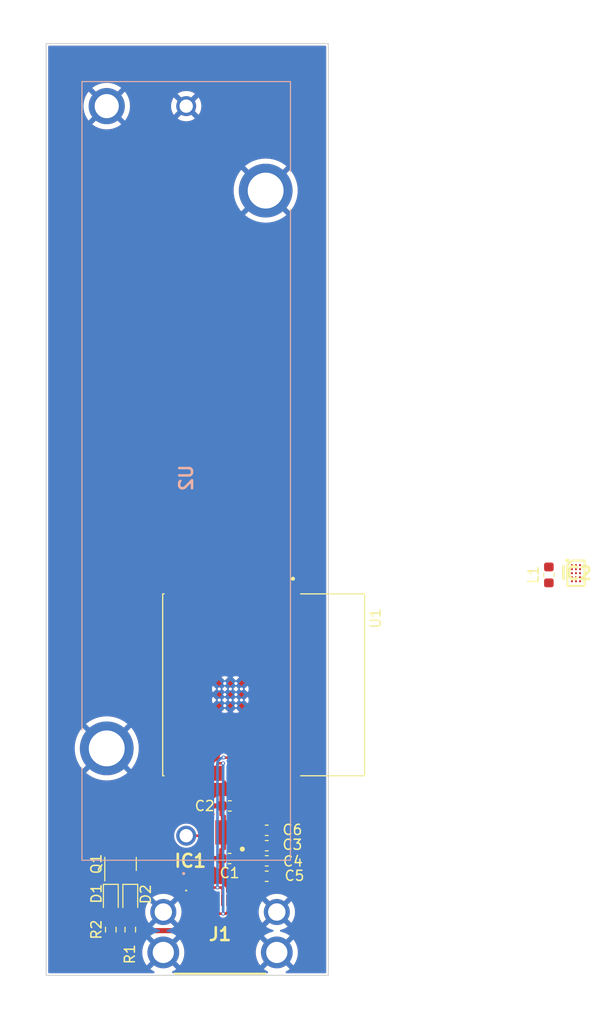
<source format=kicad_pcb>
(kicad_pcb (version 20211014) (generator pcbnew)
  (layers (0 "F.Cu" signal) (31 "B.Cu" signal) (34 "B.Paste" user) (35 "F.Paste" user) (36 "B.SilkS" user "B.Silkscreen") (37 "F.SilkS" user "F.Silkscreen") (38 "B.Mask" user) (39 "F.Mask" user) (44 "Edge.Cuts" user))
  (net 0 "")
  (net 18 "/VDD")
  (net 19 "/MCU/RST")
  (net 20 "Earth")
  (net 21 "/D+")
  (net 22 "/D-")
  (net 23 "/Battery Charger/V_{IN}")
  (net 24 "Net-(C2-Pad1)")
  (net 26 "+BATT")
  (net 27 "Net-(D1-Pad1)")
  (net 28 "Net-(IC1-Pad1)")
  (net 29 "Net-(D2-Pad1)")
  (net 30 "Net-(R1-Pad2)")
  (net 31 "Net-(D1-Pad2)")
  (net 32 "/Voltage Generation/VIN")
  (net 33 "/Voltage Generation/LX1")
  (net 34 "/Voltage Generation/LX2")
  (net 35 "/Voltage Generation/FB")
  (footprint "Capacitor_SMD:C_0603_1608Metric" (layer "F.Cu") (at 117.094 136.2456)
    (fp_text reference "C5" (at 2.7432 -0.0508) (layer "F.SilkS"))
    (fp_text value "C")
    (fp_line (start -0.14058 -0.51) (end 0.14058 -0.51) (layer "F.SilkS") (width 0.12))
    (fp_line (start -0.14058 0.51) (end 0.14058 0.51) (layer "F.SilkS") (width 0.12))
    (pad "1" smd roundrect (at -0.775 0) (size 0.9 0.95) (layers "F.Cu" "F.Paste" "F.Mask") (net 23 "/Battery Charger/V_{IN}"))
    (pad "2" smd roundrect (at 0.775 0) (size 0.9 0.95) (layers "F.Cu" "F.Paste" "F.Mask") (net 20 "Earth"))
  )
  (footprint "Inductor_SMD:L_0603_1608Metric" (layer "F.Cu") (at 145.034 106.426 -90)
    (fp_text reference "L1" (at 0 1.524 90) (layer "F.SilkS"))
    (fp_text value "L")
    (fp_line (start -0.162779 -0.51) (end 0.162779 -0.51) (layer "F.SilkS") (width 0.12))
    (fp_line (start -0.162779 0.51) (end 0.162779 0.51) (layer "F.SilkS") (width 0.12))
    (pad "1" smd roundrect (at -0.7875 0 270) (size 0.875 0.95) (layers "F.Cu" "F.Paste" "F.Mask") (net 33 "/Voltage Generation/LX1"))
    (pad "2" smd roundrect (at 0.7875 0 270) (size 0.875 0.95) (layers "F.Cu" "F.Paste" "F.Mask") (net 34 "/Voltage Generation/LX2"))
  )
  (footprint "Capacitor_SMD:C_0603_1608Metric" (layer "F.Cu") (at 117.094 134.7216)
    (fp_text reference "C4" (at 2.5908 0.0508) (layer "F.SilkS"))
    (fp_text value "C")
    (fp_line (start -0.14058 -0.51) (end 0.14058 -0.51) (layer "F.SilkS") (width 0.12))
    (fp_line (start -0.14058 0.51) (end 0.14058 0.51) (layer "F.SilkS") (width 0.12))
    (pad "1" smd roundrect (at -0.775 0) (size 0.9 0.95) (layers "F.Cu" "F.Paste" "F.Mask") (net 23 "/Battery Charger/V_{IN}"))
    (pad "2" smd roundrect (at 0.775 0) (size 0.9 0.95) (layers "F.Cu" "F.Paste" "F.Mask") (net 20 "Earth"))
  )
  (footprint "LED_SMD:LED_0603_1608Metric" (layer "F.Cu") (at 103.5812 138.5316 -90)
    (fp_text reference "D2" (at -0.508 -1.524 90) (layer "F.SilkS"))
    (fp_text value "LED")
    (fp_line (start -1.485 -0.735) (end -1.485 0.735) (layer "F.SilkS") (width 0.12))
    (fp_line (start 0.8 -0.735) (end -1.485 -0.735) (layer "F.SilkS") (width 0.12))
    (fp_line (start -1.485 0.735) (end 0.8 0.735) (layer "F.SilkS") (width 0.12))
    (pad "1" smd roundrect (at -0.7875 0 270) (size 0.875 0.95) (layers "F.Cu" "F.Paste" "F.Mask") (net 29 "Net-(D2-Pad1)"))
    (pad "2" smd roundrect (at 0.7875 0 270) (size 0.875 0.95) (layers "F.Cu" "F.Paste" "F.Mask") (net 30 "Net-(R1-Pad2)"))
  )
  (footprint "Hardware:MODULE_ESP32-C3-WROOM-02-H4" (layer "F.Cu") (at 116.7892 117.3025 -90)
    (fp_text reference "U1" (at -6.575 -11.085 90) (layer "F.SilkS"))
    (fp_text value "ESP32-C3-WROOM-02-H4")
    (fp_line (start -9 10) (end -9 9.87) (layer "F.SilkS") (width 0.127))
    (fp_line (start 9 -10) (end -9 -10) (layer "F.SilkS") (width 0.127))
    (fp_line (start 9 10) (end 9 9.87) (layer "F.SilkS") (width 0.127))
    (fp_line (start -9 -10) (end -9 -3.67) (layer "F.SilkS") (width 0.127))
    (fp_line (start 9 -3.67) (end 9 -10) (layer "F.SilkS") (width 0.127))
    (fp_line (start -9 10) (end 9 10) (layer "F.SilkS") (width 0.127))
    (fp_circle (center -10.5 -2.9) (end -10.4 -2.9) (layer "F.SilkS") (width 0.2) (fill none))
    (pad "1" smd rect locked (at -8.75 -2.9 270) (size 1.5 0.9) (layers "F.Cu" "F.Paste" "F.Mask") (net 18 "/VDD"))
    (pad "2" smd rect locked (at -8.75 -1.4 270) (size 1.5 0.9) (layers "F.Cu" "F.Paste" "F.Mask") (net 19 "/MCU/RST"))
    (pad "3" smd rect locked (at -8.75 0.1 270) (size 1.5 0.9) (layers "F.Cu" "F.Paste" "F.Mask"))
    (pad "4" smd rect locked (at -8.75 1.6 270) (size 1.5 0.9) (layers "F.Cu" "F.Paste" "F.Mask"))
    (pad "5" smd rect locked (at -8.75 3.1 270) (size 1.5 0.9) (layers "F.Cu" "F.Paste" "F.Mask"))
    (pad "6" smd rect locked (at -8.75 4.6 270) (size 1.5 0.9) (layers "F.Cu" "F.Paste" "F.Mask"))
    (pad "7" smd rect locked (at -8.75 6.1 270) (size 1.5 0.9) (layers "F.Cu" "F.Paste" "F.Mask"))
    (pad "8" smd rect locked (at -8.75 7.6 270) (size 1.5 0.9) (layers "F.Cu" "F.Paste" "F.Mask"))
    (pad "9" smd rect locked (at -8.75 9.1 270) (size 1.5 0.9) (layers "F.Cu" "F.Paste" "F.Mask") (net 20 "Earth"))
    (pad "10" smd rect locked (at 8.75 9.1 270) (size 1.5 0.9) (layers "F.Cu" "F.Paste" "F.Mask"))
    (pad "11" smd rect locked (at 8.75 7.6 270) (size 1.5 0.9) (layers "F.Cu" "F.Paste" "F.Mask"))
    (pad "12" smd rect locked (at 8.75 6.1 270) (size 1.5 0.9) (layers "F.Cu" "F.Paste" "F.Mask"))
    (pad "13" smd rect locked (at 8.75 4.6 270) (size 1.5 0.9) (layers "F.Cu" "F.Paste" "F.Mask") (net 21 "/D+"))
    (pad "14" smd rect locked (at 8.75 3.1 270) (size 1.5 0.9) (layers "F.Cu" "F.Paste" "F.Mask") (net 22 "/D-"))
    (pad "15" smd rect locked (at 8.75 1.6 270) (size 1.5 0.9) (layers "F.Cu" "F.Paste" "F.Mask"))
    (pad "16" smd rect locked (at 8.75 0.1 270) (size 1.5 0.9) (layers "F.Cu" "F.Paste" "F.Mask"))
    (pad "17" smd rect locked (at 8.75 -1.4 270) (size 1.5 0.9) (layers "F.Cu" "F.Paste" "F.Mask"))
    (pad "18" smd rect locked (at 8.75 -2.9 270) (size 1.5 0.9) (layers "F.Cu" "F.Paste" "F.Mask"))
    (pad "19" smd rect locked (at -0.14 2.2 270) (size 0.7 0.7) (layers "F.Cu" "F.Paste" "F.Mask") (net 20 "Earth"))
    (pad "20" smd rect locked (at 0.96 2.2 270) (size 0.7 0.7) (layers "F.Cu" "F.Paste" "F.Mask") (net 20 "Earth"))
    (pad "21" smd rect locked (at 2.06 2.2 270) (size 0.7 0.7) (layers "F.Cu" "F.Paste" "F.Mask") (net 20 "Earth"))
    (pad "22" smd rect locked (at -0.14 3.3 270) (size 0.7 0.7) (layers "F.Cu" "F.Paste" "F.Mask") (net 20 "Earth"))
    (pad "23" smd rect locked (at 0.96 3.3 270) (size 0.7 0.7) (layers "F.Cu" "F.Paste" "F.Mask") (net 20 "Earth"))
    (pad "24" smd rect locked (at 2.06 3.3 270) (size 0.7 0.7) (layers "F.Cu" "F.Paste" "F.Mask") (net 20 "Earth"))
    (pad "25" smd rect locked (at -0.14 4.4 270) (size 0.7 0.7) (layers "F.Cu" "F.Paste" "F.Mask") (net 20 "Earth"))
    (pad "26" smd rect locked (at 0.96 4.4 270) (size 0.7 0.7) (layers "F.Cu" "F.Paste" "F.Mask") (net 20 "Earth"))
    (pad "27" smd rect locked (at 2.06 4.4 270) (size 0.7 0.7) (layers "F.Cu" "F.Paste" "F.Mask") (net 20 "Earth"))
    (pad "28" thru_hole circle locked (at 0.41 2.2 270) (size 0.4 0.4) (drill 0.3) (layers *.Cu) (net 20 "Earth"))
    (pad "29" thru_hole circle locked (at 1.51 2.2 270) (size 0.4 0.4) (drill 0.3) (layers *.Cu) (net 20 "Earth"))
    (pad "30" thru_hole circle locked (at -0.14 2.75 270) (size 0.4 0.4) (drill 0.3) (layers *.Cu) (net 20 "Earth"))
    (pad "31" thru_hole circle locked (at 0.96 2.75 270) (size 0.4 0.4) (drill 0.3) (layers *.Cu) (net 20 "Earth"))
    (pad "32" thru_hole circle locked (at 2.06 2.75 270) (size 0.4 0.4) (drill 0.3) (layers *.Cu) (net 20 "Earth"))
    (pad "33" thru_hole circle locked (at 0.41 3.3 270) (size 0.4 0.4) (drill 0.3) (layers *.Cu) (net 20 "Earth"))
    (pad "34" thru_hole circle locked (at 1.51 3.3 270) (size 0.4 0.4) (drill 0.3) (layers *.Cu) (net 20 "Earth"))
    (pad "35" thru_hole circle locked (at -0.14 3.85 270) (size 0.4 0.4) (drill 0.3) (layers *.Cu) (net 20 "Earth"))
    (pad "36" thru_hole circle locked (at 0.96 3.85 270) (size 0.4 0.4) (drill 0.3) (layers *.Cu) (net 20 "Earth"))
    (pad "37" thru_hole circle locked (at 2.06 3.85 270) (size 0.4 0.4) (drill 0.3) (layers *.Cu) (net 20 "Earth"))
    (pad "38" thru_hole circle locked (at 0.41 4.4 270) (size 0.4 0.4) (drill 0.3) (layers *.Cu) (net 20 "Earth"))
    (pad "39" thru_hole circle locked (at 1.51 4.4 270) (size 0.4 0.4) (drill 0.3) (layers *.Cu) (net 20 "Earth"))
  )
  (footprint "Capacitor_SMD:C_0603_1608Metric" (layer "F.Cu") (at 113.4364 129.286 180)
    (fp_text reference "C2" (at 2.4892 0) (layer "F.SilkS"))
    (fp_text value "C")
    (fp_line (start -0.14058 0.51) (end 0.14058 0.51) (layer "F.SilkS") (width 0.12))
    (fp_line (start -0.14058 -0.51) (end 0.14058 -0.51) (layer "F.SilkS") (width 0.12))
    (pad "1" smd roundrect (at -0.775 0 180) (size 0.9 0.95) (layers "F.Cu" "F.Paste" "F.Mask") (net 24 "Net-(C2-Pad1)"))
    (pad "2" smd roundrect (at 0.775 0 180) (size 0.9 0.95) (layers "F.Cu" "F.Paste" "F.Mask") (net 20 "Earth"))
  )
  (footprint "Capacitor_SMD:C_0603_1608Metric" (layer "F.Cu") (at 117.094 133.223)
    (fp_text reference "C3" (at 2.54 -0.1016) (layer "F.SilkS"))
    (fp_text value "C")
    (fp_line (start -0.14058 -0.51) (end 0.14058 -0.51) (layer "F.SilkS") (width 0.12))
    (fp_line (start -0.14058 0.51) (end 0.14058 0.51) (layer "F.SilkS") (width 0.12))
    (pad "1" smd roundrect (at -0.775 0) (size 0.9 0.95) (layers "F.Cu" "F.Paste" "F.Mask") (net 23 "/Battery Charger/V_{IN}"))
    (pad "2" smd roundrect (at 0.775 0) (size 0.9 0.95) (layers "F.Cu" "F.Paste" "F.Mask") (net 20 "Earth"))
  )
  (footprint "Capacitor_SMD:C_0603_1608Metric" (layer "F.Cu") (at 113.411 134.493 180)
    (fp_text reference "C1" (at 0 -1.43) (layer "F.SilkS"))
    (fp_text value "C")
    (fp_line (start -0.14058 -0.51) (end 0.14058 -0.51) (layer "F.SilkS") (width 0.12))
    (fp_line (start -0.14058 0.51) (end 0.14058 0.51) (layer "F.SilkS") (width 0.12))
    (pad "1" smd roundrect (at -0.775 0 180) (size 0.9 0.95) (layers "F.Cu" "F.Paste" "F.Mask") (net 28 "Net-(IC1-Pad1)"))
    (pad "2" smd roundrect (at 0.775 0 180) (size 0.9 0.95) (layers "F.Cu" "F.Paste" "F.Mask") (net 20 "Earth"))
  )
  (footprint "SamacSys_Parts:SON65P300X300X80-9N" (layer "F.Cu") (at 112.8 131.9074 180)
    (fp_text reference "IC1" (at 3.2752 -2.8142) (layer "F.SilkS") (effects (font (size 1.27 1.27) (thickness 0.254))))
    (fp_text value "MAX1507ETA+T" hide)
    (fp_circle (center -1.875 -1.65) (end -1.875 -1.525) (layer "F.SilkS") (width 0.25) (fill none))
    (pad "1" smd rect locked (at -1.5 -0.975 270) (size 0.35 0.75) (layers "F.Cu" "F.Paste" "F.Mask") (net 28 "Net-(IC1-Pad1)"))
    (pad "2" smd rect locked (at -1.5 -0.325 270) (size 0.35 0.75) (layers "F.Cu" "F.Paste" "F.Mask") (net 23 "/Battery Charger/V_{IN}"))
    (pad "3" smd rect locked (at -1.5 0.325 270) (size 0.35 0.75) (layers "F.Cu" "F.Paste" "F.Mask") (net 20 "Earth"))
    (pad "4" smd rect locked (at -1.5 0.975 270) (size 0.35 0.75) (layers "F.Cu" "F.Paste" "F.Mask") (net 24 "Net-(C2-Pad1)"))
    (pad "5" smd rect locked (at 1.5 0.975 270) (size 0.35 0.75) (layers "F.Cu" "F.Paste" "F.Mask") (net 23 "/Battery Charger/V_{IN}"))
    (pad "6" smd rect locked (at 1.5 0.325 270) (size 0.35 0.75) (layers "F.Cu" "F.Paste" "F.Mask"))
    (pad "7" smd rect locked (at 1.5 -0.325 270) (size 0.35 0.75) (layers "F.Cu" "F.Paste" "F.Mask") (net 26 "+BATT"))
    (pad "8" smd rect locked (at 1.5 -0.975 270) (size 0.35 0.75) (layers "F.Cu" "F.Paste" "F.Mask") (net 27 "Net-(D1-Pad1)"))
    (pad "9" smd rect locked (at 0 0 180) (size 1.6 2.4) (layers "F.Cu" "F.Paste" "F.Mask") (net 20 "Earth"))
  )
  (footprint "SamacSys_Parts:2169900001" (layer "F.Cu") (at 112.4712 142.261)
    (fp_text reference "J1" (at 0 -0.275) (layer "F.SilkS") (effects (font (size 1.27 1.27) (thickness 0.254))))
    (fp_text value "216990-0001" hide)
    (fp_line (start -3.4 -4.6) (end -3.4 -4.6) (layer "F.SilkS") (width 0.1))
    (fp_line (start -4.5 3.625) (end 4.5 3.625) (layer "F.SilkS") (width 0.2))
    (fp_line (start -3.3 -4.6) (end -3.3 -4.6) (layer "F.SilkS") (width 0.1))
    (fp_arc (start -3.4 -4.6) (mid -3.35 -4.65) (end -3.3 -4.6) (layer "F.SilkS") (width 0.1))
    (fp_arc (start -3.3 -4.6) (mid -3.35 -4.55) (end -3.4 -4.6) (layer "F.SilkS") (width 0.1))
    (pad "A1" smd rect locked (at -3.35 -3.625) (size 0.3 1.1) (layers "F.Cu" "F.Paste" "F.Mask") (net 20 "Earth"))
    (pad "A4" smd rect locked (at -2.55 -3.625) (size 0.3 1.1) (layers "F.Cu" "F.Paste" "F.Mask") (net 23 "/Battery Charger/V_{IN}"))
    (pad "A5" smd rect locked (at -1.25 -3.625) (size 0.3 1.1) (layers "F.Cu" "F.Paste" "F.Mask"))
    (pad "A6" smd rect locked (at -0.25 -3.625) (size 0.3 1.1) (layers "F.Cu" "F.Paste" "F.Mask") (net 21 "/D+"))
    (pad "A7" smd rect locked (at 0.25 -3.625) (size 0.3 1.1) (layers "F.Cu" "F.Paste" "F.Mask") (net 22 "/D-"))
    (pad "A8" smd rect locked (at 1.25 -3.625) (size 0.3 1.1) (layers "F.Cu" "F.Paste" "F.Mask"))
    (pad "A9" smd rect locked (at 2.55 -3.625) (size 0.3 1.1) (layers "F.Cu" "F.Paste" "F.Mask") (net 23 "/Battery Charger/V_{IN}"))
    (pad "A12" smd rect locked (at 3.35 -3.625) (size 0.3 1.1) (layers "F.Cu" "F.Paste" "F.Mask") (net 20 "Earth"))
    (pad "B1" smd rect locked (at 3.05 -3.625) (size 0.3 1.1) (layers "F.Cu" "F.Paste" "F.Mask") (net 20 "Earth"))
    (pad "B4" smd rect locked (at 2.25 -3.625) (size 0.3 1.1) (layers "F.Cu" "F.Paste" "F.Mask") (net 23 "/Battery Charger/V_{IN}"))
    (pad "B5" smd rect locked (at 1.75 -3.625) (size 0.3 1.1) (layers "F.Cu" "F.Paste" "F.Mask"))
    (pad "B6" smd rect locked (at 0.75 -3.625) (size 0.3 1.1) (layers "F.Cu" "F.Paste" "F.Mask") (net 21 "/D+"))
    (pad "B7" smd rect locked (at -0.75 -3.625) (size 0.3 1.1) (layers "F.Cu" "F.Paste" "F.Mask") (net 22 "/D-"))
    (pad "B8" smd rect locked (at -1.75 -3.625) (size 0.3 1.1) (layers "F.Cu" "F.Paste" "F.Mask"))
    (pad "B9" smd rect locked (at -2.25 -3.625) (size 0.3 1.1) (layers "F.Cu" "F.Paste" "F.Mask") (net 23 "/Battery Charger/V_{IN}"))
    (pad "B12" smd rect locked (at -3.05 -3.625) (size 0.3 1.1) (layers "F.Cu" "F.Paste" "F.Mask") (net 20 "Earth"))
    (pad "MH1" thru_hole circle locked (at -5.62 -2.475) (size 2.58 2.58) (drill 1.72) (layers *.Cu *.Mask) (net 20 "Earth"))
    (pad "MH2" thru_hole circle locked (at -5.62 1.525) (size 3.15 3.15) (drill 2.1) (layers *.Cu *.Mask) (net 20 "Earth"))
    (pad "MH3" thru_hole circle locked (at 5.62 -2.475) (size 2.58 2.58) (drill 1.72) (layers *.Cu *.Mask) (net 20 "Earth"))
    (pad "MH4" thru_hole circle locked (at 5.62 1.525) (size 3.15 3.15) (drill 2.1) (layers *.Cu *.Mask) (net 20 "Earth"))
  )
  (footprint "Package_TO_SOT_SMD:SOT-23" (layer "F.Cu") (at 102.616 135.0264 90)
    (fp_text reference "Q1" (at 0 -2.4 90) (layer "F.SilkS"))
    (fp_text value "BS170F")
    (fp_line (start 0 -1.56) (end -1.675 -1.56) (layer "F.SilkS") (width 0.12))
    (fp_line (start 0 -1.56) (end 0.65 -1.56) (layer "F.SilkS") (width 0.12))
    (fp_line (start 0 1.56) (end -0.65 1.56) (layer "F.SilkS") (width 0.12))
    (fp_line (start 0 1.56) (end 0.65 1.56) (layer "F.SilkS") (width 0.12))
    (pad "1" smd roundrect (at -0.9375 -0.95 90) (size 1.475 0.6) (layers "F.Cu" "F.Paste" "F.Mask") (net 27 "Net-(D1-Pad1)"))
    (pad "2" smd roundrect (at -0.9375 0.95 90) (size 1.475 0.6) (layers "F.Cu" "F.Paste" "F.Mask") (net 20 "Earth"))
    (pad "3" smd roundrect (at 0.9375 0 90) (size 1.475 0.6) (layers "F.Cu" "F.Paste" "F.Mask") (net 29 "Net-(D2-Pad1)"))
  )
  (footprint "Capacitor_SMD:C_0603_1608Metric" (layer "F.Cu") (at 117.094 131.699)
    (fp_text reference "C6" (at 2.54 -0.0508) (layer "F.SilkS"))
    (fp_text value "C")
    (fp_line (start -0.14058 0.51) (end 0.14058 0.51) (layer "F.SilkS") (width 0.12))
    (fp_line (start -0.14058 -0.51) (end 0.14058 -0.51) (layer "F.SilkS") (width 0.12))
    (pad "1" smd roundrect (at -0.775 0) (size 0.9 0.95) (layers "F.Cu" "F.Paste" "F.Mask") (net 23 "/Battery Charger/V_{IN}"))
    (pad "2" smd roundrect (at 0.775 0) (size 0.9 0.95) (layers "F.Cu" "F.Paste" "F.Mask") (net 20 "Earth"))
  )
  (footprint "Resistor_SMD:R_0603_1608Metric" (layer "F.Cu") (at 103.5812 141.5288 90)
    (fp_text reference "R1" (at -2.4384 -0.0508 90) (layer "F.SilkS"))
    (fp_text value "R_US")
    (fp_line (start -0.237258 -0.5225) (end 0.237258 -0.5225) (layer "F.SilkS") (width 0.12))
    (fp_line (start -0.237258 0.5225) (end 0.237258 0.5225) (layer "F.SilkS") (width 0.12))
    (pad "1" smd roundrect (at -0.825 0 90) (size 0.8 0.95) (layers "F.Cu" "F.Paste" "F.Mask") (net 23 "/Battery Charger/V_{IN}"))
    (pad "2" smd roundrect (at 0.825 0 90) (size 0.8 0.95) (layers "F.Cu" "F.Paste" "F.Mask") (net 30 "Net-(R1-Pad2)"))
  )
  (footprint "Resistor_SMD:R_0603_1608Metric" (layer "F.Cu") (at 101.6508 141.5288 90)
    (fp_text reference "R2" (at 0 -1.43 90) (layer "F.SilkS"))
    (fp_text value "R_US")
    (fp_line (start -0.237258 0.5225) (end 0.237258 0.5225) (layer "F.SilkS") (width 0.12))
    (fp_line (start -0.237258 -0.5225) (end 0.237258 -0.5225) (layer "F.SilkS") (width 0.12))
    (pad "1" smd roundrect (at -0.825 0 90) (size 0.8 0.95) (layers "F.Cu" "F.Paste" "F.Mask") (net 23 "/Battery Charger/V_{IN}"))
    (pad "2" smd roundrect (at 0.825 0 90) (size 0.8 0.95) (layers "F.Cu" "F.Paste" "F.Mask") (net 31 "Net-(D1-Pad2)"))
  )
  (footprint "SamacSys_Parts:BGA15C40P3X5_151X215X55" (layer "F.Cu") (at 147.718 106.255)
    (fp_text reference "IC2" (at 0 0) (layer "F.SilkS") (effects (font (size 1.27 1.27) (thickness 0.254))))
    (fp_text value "ISL91107IIAZ-T7A" hide)
    (fp_line (start 0.856 -1.256) (end 0.856 1.256) (layer "F.SilkS") (width 0.2))
    (fp_line (start -0.856 1.256) (end -0.856 -0.8) (layer "F.SilkS") (width 0.2))
    (fp_line (start 0.856 1.256) (end -0.856 1.256) (layer "F.SilkS") (width 0.2))
    (fp_line (start -0.4 -1.256) (end 0.856 -1.256) (layer "F.SilkS") (width 0.2))
    (fp_line (start -0.856 -0.8) (end -0.4 -1.256) (layer "F.SilkS") (width 0.2))
    (fp_circle (center -0.856 -1.256) (end -0.856 -1.156) (layer "F.SilkS") (width 0.2) (fill none))
    (pad "A1" smd circle locked (at -0.4 -0.8 90) (size 0.212 0.212) (layers "F.Cu" "F.Paste" "F.Mask") (net 32 "/Voltage Generation/VIN"))
    (pad "A2" smd circle locked (at 0 -0.8 90) (size 0.212 0.212) (layers "F.Cu" "F.Paste" "F.Mask") (net 32 "/Voltage Generation/VIN"))
    (pad "A3" smd circle locked (at 0.4 -0.8 90) (size 0.212 0.212) (layers "F.Cu" "F.Paste" "F.Mask") (net 32 "/Voltage Generation/VIN"))
    (pad "B1" smd circle locked (at -0.4 -0.4 90) (size 0.212 0.212) (layers "F.Cu" "F.Paste" "F.Mask") (net 33 "/Voltage Generation/LX1"))
    (pad "B2" smd circle locked (at 0 -0.4 90) (size 0.212 0.212) (layers "F.Cu" "F.Paste" "F.Mask") (net 33 "/Voltage Generation/LX1"))
    (pad "B3" smd circle locked (at 0.4 -0.4 90) (size 0.212 0.212) (layers "F.Cu" "F.Paste" "F.Mask") (net 32 "/Voltage Generation/VIN"))
    (pad "C1" smd circle locked (at -0.4 0 90) (size 0.212 0.212) (layers "F.Cu" "F.Paste" "F.Mask") (net 20 "Earth"))
    (pad "C2" smd circle locked (at 0 0 90) (size 0.212 0.212) (layers "F.Cu" "F.Paste" "F.Mask") (net 20 "Earth"))
    (pad "C3" smd circle locked (at 0.4 0 90) (size 0.212 0.212) (layers "F.Cu" "F.Paste" "F.Mask") (net 32 "/Voltage Generation/VIN"))
    (pad "D1" smd circle locked (at -0.4 0.4 90) (size 0.212 0.212) (layers "F.Cu" "F.Paste" "F.Mask") (net 34 "/Voltage Generation/LX2"))
    (pad "D2" smd circle locked (at 0 0.4 90) (size 0.212 0.212) (layers "F.Cu" "F.Paste" "F.Mask") (net 34 "/Voltage Generation/LX2"))
    (pad "D3" smd circle locked (at 0.4 0.4 90) (size 0.212 0.212) (layers "F.Cu" "F.Paste" "F.Mask") (net 20 "Earth"))
    (pad "E1" smd circle locked (at -0.4 0.8 90) (size 0.212 0.212) (layers "F.Cu" "F.Paste" "F.Mask") (net 18 "/VDD"))
    (pad "E2" smd circle locked (at 0 0.8 90) (size 0.212 0.212) (layers "F.Cu" "F.Paste" "F.Mask") (net 18 "/VDD"))
    (pad "E3" smd circle locked (at 0.4 0.8 90) (size 0.212 0.212) (layers "F.Cu" "F.Paste" "F.Mask") (net 35 "/Voltage Generation/FB"))
  )
  (footprint "LED_SMD:LED_0603_1608Metric" (layer "F.Cu") (at 101.6508 138.5316 -90)
    (fp_text reference "D1" (at -0.5588 1.4224 90) (layer "F.SilkS"))
    (fp_text value "LED")
    (fp_line (start -1.485 -0.735) (end -1.485 0.735) (layer "F.SilkS") (width 0.12))
    (fp_line (start -1.485 0.735) (end 0.8 0.735) (layer "F.SilkS") (width 0.12))
    (fp_line (start 0.8 -0.735) (end -1.485 -0.735) (layer "F.SilkS") (width 0.12))
    (pad "1" smd roundrect (at -0.7875 0 270) (size 0.875 0.95) (layers "F.Cu" "F.Paste" "F.Mask") (net 27 "Net-(D1-Pad1)"))
    (pad "2" smd roundrect (at 0.7875 0 270) (size 0.875 0.95) (layers "F.Cu" "F.Paste" "F.Mask") (net 31 "Net-(D1-Pad2)"))
  )
  (footprint "SamacSys_Parts:1043" (layer "B.Cu") (at 109.1184 132.2324 90)
    (fp_text reference "U2" (at 35.413 0 90) (layer "B.SilkS") (effects (font (size 1.27 1.27) (thickness 0.254)) (justify mirror)))
    (fp_text value "1043" hide)
    (fp_line (start 74.625 10.325) (end 65.71 10.325) (layer "B.SilkS") (width 0.1))
    (fp_line (start -2.425 10.325) (end -2.425 10.325) (layer "B.SilkS") (width 0.1))
    (fp_line (start 74.625 10.325) (end 74.625 10.325) (layer "B.SilkS") (width 0.1))
    (fp_line (start -2.425 10.325) (end 61.96 10.325) (layer "B.SilkS") (width 0.1))
    (fp_line (start 74.625 10.325) (end 74.625 10.325) (layer "B.SilkS") (width 0.1))
    (fp_line (start -3.8 -0.25) (end -3.8 -0.25) (layer "B.SilkS") (width 0.2))
    (fp_line (start -2.425 10.325) (end -2.425 -10.325) (layer "B.SilkS") (width 0.1))
    (fp_line (start 65.71 10.325) (end 65.71 10.325) (layer "B.SilkS") (width 0.1))
    (fp_line (start 74.625 -10.325) (end 74.625 -10.325) (layer "B.SilkS") (width 0.1))
    (fp_line (start 6.71 -10.325) (end -2.425 -10.325) (layer "B.SilkS") (width 0.1))
    (fp_line (start -3.7 -0.25) (end -3.7 -0.25) (layer "B.SilkS") (width 0.2))
    (fp_line (start 65.71 10.325) (end 74.625 10.325) (layer "B.SilkS") (width 0.1))
    (fp_line (start 10.46 -10.325) (end 74.625 -10.325) (layer "B.SilkS") (width 0.1))
    (fp_line (start -2.425 -10.325) (end -2.425 10.325) (layer "B.SilkS") (width 0.1))
    (fp_line (start 74.625 -10.325) (end 74.625 -10.325) (layer "B.SilkS") (width 0.1))
    (fp_line (start -2.425 -10.325) (end -2.425 -10.325) (layer "B.SilkS") (width 0.1))
    (fp_line (start -2.425 -10.325) (end -2.425 -10.325) (layer "B.SilkS") (width 0.1))
    (fp_line (start -2.425 10.325) (end -2.425 10.325) (layer "B.SilkS") (width 0.1))
    (fp_line (start 61.96 10.325) (end 61.96 10.325) (layer "B.SilkS") (width 0.1))
    (fp_line (start -2.425 -10.325) (end 6.71 -10.325) (layer "B.SilkS") (width 0.1))
    (fp_line (start 74.625 -10.325) (end 74.625 10.325) (layer "B.SilkS") (width 0.1))
    (fp_line (start 6.71 -10.325) (end 6.71 -10.325) (layer "B.SilkS") (width 0.1))
    (fp_line (start 74.625 -10.325) (end 10.46 -10.325) (layer "B.SilkS") (width 0.1))
    (fp_line (start -3.8 -0.25) (end -3.8 -0.25) (layer "B.SilkS") (width 0.2))
    (fp_line (start 61.96 10.325) (end -2.425 10.325) (layer "B.SilkS") (width 0.1))
    (fp_line (start 10.46 -10.325) (end 10.46 -10.325) (layer "B.SilkS") (width 0.1))
    (fp_line (start 74.625 10.325) (end 74.625 -10.325) (layer "B.SilkS") (width 0.1))
    (fp_arc (start -3.8 -0.25) (mid -3.75 -0.3) (end -3.7 -0.25) (layer "B.SilkS") (width 0.2))
    (fp_arc (start -3.8 -0.25) (mid -3.75 -0.3) (end -3.7 -0.25) (layer "B.SilkS") (width 0.2))
    (fp_arc (start -3.7 -0.25) (mid -3.75 -0.2) (end -3.8 -0.25) (layer "B.SilkS") (width 0.2))
    (pad "1" thru_hole circle locked (at 0 0 90) (size 1.98 1.98) (drill 1.32) (layers *.Cu *.Mask) (net 26 "+BATT"))
    (pad "2" thru_hole circle locked (at 72.2 0 90) (size 1.98 1.98) (drill 1.32) (layers *.Cu *.Mask) (net 20 "Earth"))
    (pad "MH1" thru_hole circle locked (at 8.64 -7.87 90) (size 5.325 5.325) (drill 3.55) (layers *.Cu *.Mask) (net 20 "Earth"))
    (pad "MH2" thru_hole circle locked (at 72.2 -7.87 90) (size 3.585 3.585) (drill 2.39) (layers *.Cu *.Mask) (net 20 "Earth"))
    (pad "MH3" thru_hole circle locked (at 63.84 7.87 90) (size 5.325 5.325) (drill 3.55) (layers *.Cu *.Mask) (net 20 "Earth"))
  )
  (gr_line (start 120.65 146.05) (end 95.25 146.05) (layer "Edge.Cuts") (width 0.1))
  (gr_line (start 95.25 53.848) (end 123.19 53.848) (layer "Edge.Cuts") (width 0.1))
  (gr_line (start 123.19 53.848) (end 123.19 146.05) (layer "Edge.Cuts") (width 0.1))
  (gr_line (start 95.25 146.05) (end 95.25 53.848) (layer "Edge.Cuts") (width 0.1))
  (gr_line (start 123.19 146.05) (end 120.65 146.05) (layer "Edge.Cuts") (width 0.1))
  (segment (start 113.244689 139.739311) (end 113.03 139.954) (width 0.254) (layer "F.Cu") (net 21))
  (segment (start 113.236 138.636) (end 113.244689 138.644689) (width 0.254) (layer "F.Cu") (net 21))
  (segment (start 112.1892 125.1992) (end 112.1892 126.0525) (width 0.254) (layer "F.Cu") (net 21))
  (segment (start 112.4204 139.954) (end 112.2212 139.7548) (width 0.254) (layer "F.Cu") (net 21))
  (segment (start 112.776 139.954) (end 112.4204 139.954) (width 0.254) (layer "F.Cu") (net 21))
  (segment (start 113.244689 138.644689) (end 113.244689 139.739311) (width 0.254) (layer "F.Cu") (net 21))
  (segment (start 112.776 125.0696) (end 112.3188 125.0696) (width 0.254) (layer "F.Cu") (net 21))
  (segment (start 112.3188 125.0696) (end 112.1892 125.1992) (width 0.254) (layer "F.Cu") (net 21))
  (segment (start 112.2212 139.7548) (end 112.2212 138.636) (width 0.254) (layer "F.Cu") (net 21))
  (segment (start 113.2212 138.636) (end 113.236 138.636) (width 0.254) (layer "F.Cu") (net 21))
  (segment (start 113.03 139.954) (end 112.776 139.954) (width 0.254) (layer "F.Cu") (net 21))
  (via (at 112.776 139.954) (size 0.381) (drill 0.2032) (layers "F.Cu" "B.Cu") (net 21))
  (via (at 112.776 125.0696) (size 0.381) (drill 0.2032) (layers "F.Cu" "B.Cu") (net 21))
  (segment (start 112.776 139.954) (end 112.776 125.0696) (width 0.254) (layer "B.Cu") (net 21))
  (segment (start 112.7212 137.5116) (end 112.5728 137.3632) (width 0.254) (layer "F.Cu") (net 22))
  (segment (start 111.8108 137.3632) (end 111.7212 137.4528) (width 0.254) (layer "F.Cu") (net 22))
  (segment (start 112.7212 138.636) (end 112.7212 137.5116) (width 0.254) (layer "F.Cu") (net 22))
  (segment (start 113.6892 124.7636) (end 113.6892 126.0525) (width 0.254) (layer "F.Cu") (net 22))
  (segment (start 113.4364 124.5108) (end 113.6892 124.7636) (width 0.254) (layer "F.Cu") (net 22))
  (segment (start 112.847874 124.5108) (end 113.4364 124.5108) (width 0.254) (layer "F.Cu") (net 22))
  (segment (start 112.5728 137.3632) (end 112.2172 137.3632) (width 0.254) (layer "F.Cu") (net 22))
  (segment (start 112.828556 124.491482) (end 112.847874 124.5108) (width 0.254) (layer "F.Cu") (net 22))
  (segment (start 111.7212 137.4528) (end 111.7212 138.636) (width 0.254) (layer "F.Cu") (net 22))
  (segment (start 112.2172 137.3632) (end 111.8108 137.3632) (width 0.254) (layer "F.Cu") (net 22))
  (via (at 112.828556 124.491482) (size 0.381) (drill 0.2032) (layers "F.Cu" "B.Cu") (net 22))
  (via (at 112.2172 137.3632) (size 0.381) (drill 0.2032) (layers "F.Cu" "B.Cu") (net 22))
  (segment (start 112.561846 124.552589) (end 112.2172 124.897235) (width 0.254) (layer "B.Cu") (net 22))
  (segment (start 112.828556 124.491482) (end 112.767449 124.552589) (width 0.254) (layer "B.Cu") (net 22))
  (segment (start 112.2172 124.897235) (end 112.2172 137.3632) (width 0.254) (layer "B.Cu") (net 22))
  (segment (start 112.767449 124.552589) (end 112.561846 124.552589) (width 0.254) (layer "B.Cu") (net 22))
  (segment (start 109.5756 141.6304) (end 110.117689 141.088311) (width 0.508) (layer "F.Cu") (net 23))
  (segment (start 103.5812 142.3538) (end 104.7374 142.3538) (width 0.508) (layer "F.Cu") (net 23))
  (segment (start 115.7224 136.2456) (end 114.824711 137.143289) (width 0.508) (layer "F.Cu") (net 23))
  (segment (start 105.4608 141.6304) (end 109.5756 141.6304) (width 0.508) (layer "F.Cu") (net 23))
  (segment (start 114.824711 137.143289) (end 114.824711 138.636) (width 0.508) (layer "F.Cu") (net 23))
  (segment (start 104.7374 142.3538) (end 105.4608 141.6304) (width 0.508) (layer "F.Cu") (net 23))
  (segment (start 101.6508 142.3538) (end 103.5812 142.3538) (width 0.508) (layer "F.Cu") (net 23))
  (segment (start 116.319 136.2456) (end 115.7224 136.2456) (width 0.508) (layer "F.Cu") (net 23))
  (segment (start 115.3284 132.2324) (end 116.319 133.223) (width 0.254) (layer "F.Cu") (net 23))
  (segment (start 110.117689 141.088311) (end 110.117689 138.636) (width 0.508) (layer "F.Cu") (net 23))
  (segment (start 114.3 132.2324) (end 115.3284 132.2324) (width 0.254) (layer "F.Cu") (net 23))
  (segment (start 116.319 131.699) (end 116.319 136.2456) (width 0.508) (layer "F.Cu") (net 23))
  (segment (start 114.3 129.3746) (end 114.2114 129.286) (width 0.254) (layer "F.Cu") (net 24))
  (segment (start 114.3 130.9324) (end 114.3 129.3746) (width 0.254) (layer "F.Cu") (net 24))
  (segment (start 111.3 132.2324) (end 109.1184 132.2324) (width 0.254) (layer "F.Cu") (net 26))
  (segment (start 101.666 133.157) (end 101.666 135.9639) (width 0.254) (layer "F.Cu") (net 27))
  (segment (start 101.666 137.7289) (end 101.6508 137.7441) (width 0.254) (layer "F.Cu") (net 27))
  (segment (start 111.3 133.175) (end 110.744 133.731) (width 0.254) (layer "F.Cu") (net 27))
  (segment (start 103.632 132.969) (end 101.854 132.969) (width 0.254) (layer "F.Cu") (net 27))
  (segment (start 104.394 133.731) (end 103.632 132.969) (width 0.254) (layer "F.Cu") (net 27))
  (segment (start 110.744 133.731) (end 104.394 133.731) (width 0.254) (layer "F.Cu") (net 27))
  (segment (start 101.666 135.9639) (end 101.666 137.7289) (width 0.254) (layer "F.Cu") (net 27))
  (segment (start 111.3 132.8824) (end 111.3 133.175) (width 0.254) (layer "F.Cu") (net 27))
  (segment (start 101.854 132.969) (end 101.666 133.157) (width 0.254) (layer "F.Cu") (net 27))
  (segment (start 114.3 132.8824) (end 114.3 134.379) (width 0.254) (layer "F.Cu") (net 28))
  (segment (start 114.3 134.379) (end 114.186 134.493) (width 0.254) (layer "F.Cu") (net 28))
  (segment (start 103.5812 137.7441) (end 103.4033 137.7441) (width 0.254) (layer "F.Cu") (net 29))
  (segment (start 102.616 136.9568) (end 102.616 134.0889) (width 0.254) (layer "F.Cu") (net 29))
  (segment (start 103.4033 137.7441) (end 102.616 136.9568) (width 0.254) (layer "F.Cu") (net 29))
  (segment (start 103.5812 139.3191) (end 103.5812 140.7038) (width 0.254) (layer "F.Cu") (net 30))
  (segment (start 101.6508 140.7038) (end 101.6508 139.3191) (width 0.254) (layer "F.Cu") (net 31))
  (zone (net 20) (net_name "Earth") (layers F&B.Cu) (connect_pads (clearance 0.2032)) (min_thickness 0.2032) (fill yes (thermal_gap 0.508) (thermal_bridge_width 0.508))
    (polygon (pts (xy 132.588 53.086) (xy 130.81 150.368) (xy 90.678 150.876) (xy 91.694 49.53)))
  )
)
</source>
